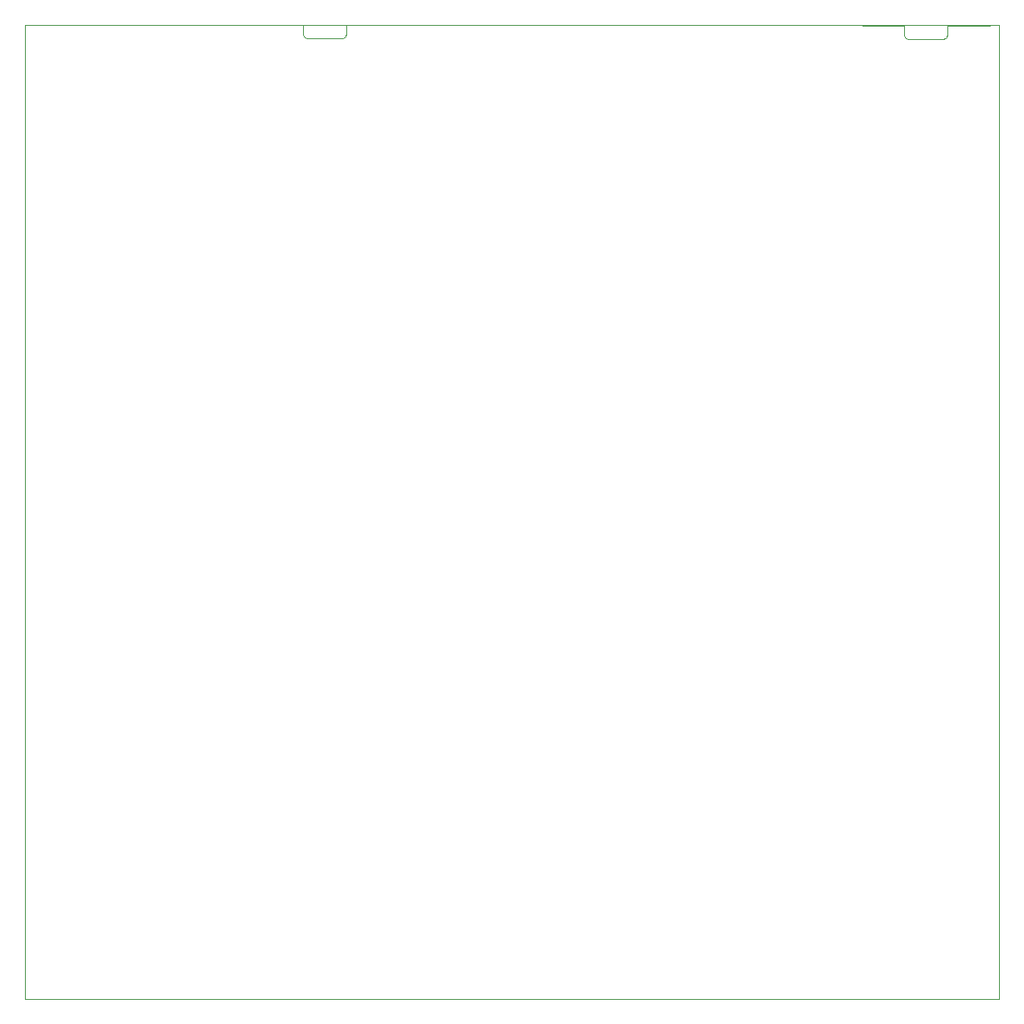
<source format=gbr>
%TF.GenerationSoftware,KiCad,Pcbnew,7.0.7*%
%TF.CreationDate,2023-10-22T01:08:48-07:00*%
%TF.ProjectId,fpaa_esp32_badge,66706161-5f65-4737-9033-325f62616467,rev?*%
%TF.SameCoordinates,Original*%
%TF.FileFunction,Profile,NP*%
%FSLAX46Y46*%
G04 Gerber Fmt 4.6, Leading zero omitted, Abs format (unit mm)*
G04 Created by KiCad (PCBNEW 7.0.7) date 2023-10-22 01:08:48*
%MOMM*%
%LPD*%
G01*
G04 APERTURE LIST*
%TA.AperFunction,Profile*%
%ADD10C,0.100000*%
%TD*%
%TA.AperFunction,Profile*%
%ADD11C,0.120000*%
%TD*%
G04 APERTURE END LIST*
D10*
X73529705Y-36040706D02*
X172589705Y-36040706D01*
X172589705Y-135100706D01*
X73529705Y-135100706D01*
X73529705Y-36040706D01*
D11*
%TO.C,J10*%
X106246682Y-37018434D02*
X106246682Y-36018434D01*
X106246682Y-36018434D02*
X110546682Y-36018434D01*
X102246682Y-37418434D02*
X105846682Y-37418434D01*
X101846682Y-37018434D02*
X101846682Y-36018434D01*
X101846682Y-36018434D02*
X97546682Y-36018434D01*
X105846682Y-37418434D02*
G75*
G03*
X106246682Y-37018434I-2J400002D01*
G01*
X101846682Y-37018434D02*
G75*
G03*
X102246682Y-37418434I400000J0D01*
G01*
%TO.C,J20*%
X167372544Y-37100000D02*
X167372544Y-36100000D01*
X167372544Y-36100000D02*
X171672544Y-36100000D01*
X163372544Y-37500000D02*
X166972544Y-37500000D01*
X162972544Y-37100000D02*
X162972544Y-36100000D01*
X162972544Y-36100000D02*
X158672544Y-36100000D01*
X166972544Y-37500000D02*
G75*
G03*
X167372544Y-37100000I-2J400002D01*
G01*
X162972544Y-37100000D02*
G75*
G03*
X163372544Y-37500000I400000J0D01*
G01*
%TD*%
M02*

</source>
